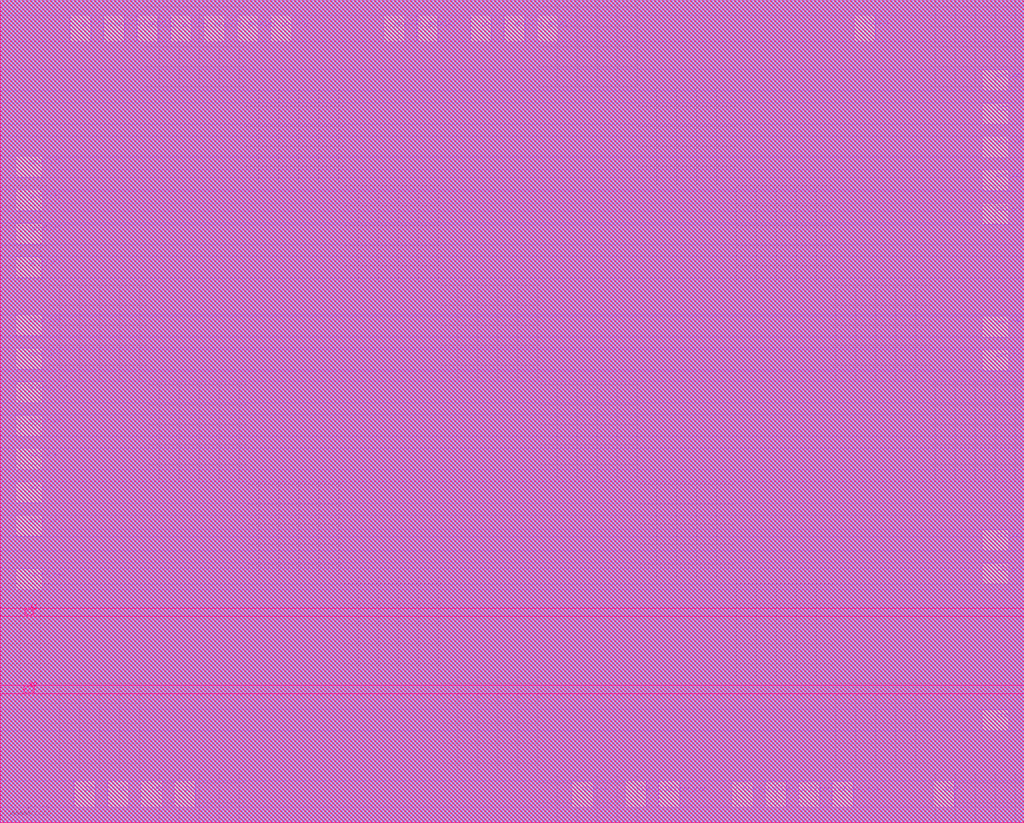
<source format=lef>
VERSION 5.7 ;
  NOWIREEXTENSIONATPIN ON ;
  DIVIDERCHAR "/" ;
  BUSBITCHARS "[]" ;
MACRO ravenna
  CLASS BLOCK ;
  FOREIGN ravenna ;
  ORIGIN 0.000 0.000 ;
  SIZE 2573.000 BY 2068.000 ;
  PIN VDD3V3
    PORT
      LAYER MET1 ;
        RECT 2146.480 1962.800 2199.120 2028.880 ;
    END
  END VDD3V3
  PIN VDD1V8
    PORT
      LAYER MET1 ;
        RECT 1436.400 39.200 1489.500 104.720 ;
    END
  END VDD1V8
  PIN VSS
    PORT
      LAYER MET1 ;
        RECT 2467.880 1755.500 2533.880 1808.500 ;
    END
  END VSS
  PIN XI
    PORT
      LAYER METTPL ;
        RECT 63.840 520.800 81.200 535.920 ;
    END
  END XI
  PIN XO
    PORT
      LAYER METTPL ;
        RECT 61.600 326.480 82.320 342.720 ;
    END
  END XO
  PIN XCLK
    PORT
      LAYER MET1 ;
        RECT 2344.500 39.120 2397.500 105.120 ;
    END
  END XCLK
  PIN SDI
    PORT
      LAYER MET1 ;
        RECT 269.500 39.120 322.500 105.120 ;
    END
  END SDI
  PIN SDO
    PORT
      LAYER MET1 ;
        RECT 185.500 39.120 238.500 105.120 ;
    END
  END SDO
  PIN CSB
    PORT
      LAYER MET1 ;
        RECT 353.500 39.120 406.500 105.120 ;
    END
  END CSB
  PIN SCK
    PORT
      LAYER MET1 ;
        RECT 437.500 39.120 490.500 105.120 ;
    END
  END SCK
  PIN ser_tx
    PORT
      LAYER MET1 ;
        RECT 2467.880 1135.500 2533.880 1188.500 ;
    END
  END ser_tx
  PIN ser_rx
    PORT
      LAYER MET1 ;
        RECT 2467.880 1219.500 2533.880 1272.500 ;
    END
  END ser_rx
  PIN i2c_sda
    PORT
      LAYER MET1 ;
        RECT 2467.880 599.500 2533.880 652.500 ;
    END
  END i2c_sda
  PIN i2c_scl
    PORT
      LAYER MET1 ;
        RECT 2467.880 683.500 2533.880 736.500 ;
    END
  END i2c_scl
  PIN spi_sdi
    PORT
      LAYER MET1 ;
        RECT 2467.880 1839.500 2533.880 1892.500 ;
    END
  END spi_sdi
  PIN spi_csb
    PORT
      LAYER MET1 ;
        RECT 2467.880 1671.500 2533.880 1724.500 ;
    END
  END spi_csb
  PIN spi_sck
    PORT
      LAYER MET1 ;
        RECT 2467.880 1587.500 2533.880 1640.500 ;
    END
  END spi_sck
  PIN spi_sdo
    PORT
      LAYER MET1 ;
        RECT 2467.880 1503.500 2533.880 1556.500 ;
    END
  END spi_sdo
  PIN irq
    PORT
      LAYER MET1 ;
        RECT 2467.880 231.500 2533.880 284.500 ;
    END
  END irq
  PIN gpio[15]
    PORT
      LAYER MET1 ;
        RECT 39.200 1369.200 104.720 1422.500 ;
    END
  END gpio[15]
  PIN gpio[14]
    PORT
      LAYER MET1 ;
        RECT 39.120 1453.500 105.120 1506.500 ;
    END
  END gpio[14]
  PIN gpio[13]
    PORT
      LAYER MET1 ;
        RECT 39.120 1537.500 105.120 1590.500 ;
    END
  END gpio[13]
  PIN gpio[12]
    PORT
      LAYER MET1 ;
        RECT 39.120 1621.500 105.120 1674.500 ;
    END
  END gpio[12]
  PIN gpio[11]
    PORT
      LAYER MET1 ;
        RECT 175.840 1962.800 227.920 2028.880 ;
    END
  END gpio[11]
  PIN gpio[10]
    PORT
      LAYER MET1 ;
        RECT 259.840 1962.800 311.920 2028.880 ;
    END
  END gpio[10]
  PIN gpio[9]
    PORT
      LAYER MET1 ;
        RECT 343.840 1962.800 395.920 2028.880 ;
    END
  END gpio[9]
  PIN gpio[8]
    PORT
      LAYER MET1 ;
        RECT 427.840 1962.800 479.920 2028.880 ;
    END
  END gpio[8]
  PIN gpio[7]
    PORT
      LAYER MET1 ;
        RECT 511.840 1962.800 563.920 2028.880 ;
    END
  END gpio[7]
  PIN gpio[6]
    PORT
      LAYER MET1 ;
        RECT 595.840 1962.800 647.920 2028.880 ;
    END
  END gpio[6]
  PIN gpio[5]
    PORT
      LAYER MET1 ;
        RECT 679.840 1962.800 731.920 2028.880 ;
    END
  END gpio[5]
  PIN gpio[4]
    PORT
      LAYER MET1 ;
        RECT 963.760 1962.800 1015.840 2028.880 ;
    END
  END gpio[4]
  PIN gpio[3]
    PORT
      LAYER MET1 ;
        RECT 1047.760 1962.800 1099.840 2028.880 ;
    END
  END gpio[3]
  PIN gpio[2]
    PORT
      LAYER MET1 ;
        RECT 1182.160 1962.800 1234.240 2028.880 ;
    END
  END gpio[2]
  PIN gpio[1]
    PORT
      LAYER MET1 ;
        RECT 1266.160 1962.800 1318.240 2028.880 ;
    END
  END gpio[1]
  PIN gpio[0]
    PORT
      LAYER MET1 ;
        RECT 1349.600 1962.800 1401.680 2028.880 ;
    END
  END gpio[0]
  PIN flash_csb
    PORT
      LAYER MET1 ;
        RECT 1654.500 39.120 1707.500 105.120 ;
    END
  END flash_csb
  PIN flash_clk
    PORT
      LAYER MET1 ;
        RECT 1570.500 39.120 1623.500 105.120 ;
    END
  END flash_clk
  PIN flash_io0
    PORT
      LAYER MET1 ;
        RECT 1838.480 39.200 1891.500 104.720 ;
    END
  END flash_io0
  PIN flash_io1
    PORT
      LAYER MET1 ;
        RECT 1922.480 39.200 1975.500 104.720 ;
    END
  END flash_io1
  PIN flash_io2
    PORT
      LAYER MET1 ;
        RECT 2006.480 39.200 2059.500 104.720 ;
    END
  END flash_io2
  PIN flash_io3
    PORT
      LAYER MET1 ;
        RECT 2090.480 39.200 2143.500 104.720 ;
    END
  END flash_io3
  PIN adc_high
    PORT
      LAYER MET1 ;
        RECT 39.120 971.500 105.120 1024.500 ;
    END
  END adc_high
  PIN adc_low
    PORT
      LAYER MET1 ;
        RECT 39.120 887.500 105.120 940.500 ;
    END
  END adc_low
  PIN adc0_in
    PORT
      LAYER MET1 ;
        RECT 39.120 719.500 105.120 772.500 ;
    END
  END adc0_in
  PIN adc1_in
    PORT
      LAYER MET1 ;
        RECT 39.120 803.500 105.120 856.500 ;
    END
  END adc1_in
  PIN analog_out
    PORT
      LAYER MET1 ;
        RECT 39.120 1055.500 105.120 1108.500 ;
    END
  END analog_out
  PIN comp_inp
    PORT
      LAYER MET1 ;
        RECT 39.120 1223.500 105.120 1276.500 ;
    END
  END comp_inp
  PIN comp_inn
    PORT
      LAYER MET1 ;
        RECT 39.120 1139.500 105.120 1192.500 ;
    END
  END comp_inn
  PIN nvref_ext
    PORT
      LAYER MET1 ;
        RECT 39.120 585.500 105.120 638.500 ;
    END
  END nvref_ext
  OBS
      LAYER MET1 ;
        RECT 0.000 2029.480 2573.000 2068.000 ;
        RECT 0.000 1962.200 175.240 2029.480 ;
        RECT 228.520 1962.200 259.240 2029.480 ;
        RECT 312.520 1962.200 343.240 2029.480 ;
        RECT 396.520 1962.200 427.240 2029.480 ;
        RECT 480.520 1962.200 511.240 2029.480 ;
        RECT 564.520 1962.200 595.240 2029.480 ;
        RECT 648.520 1962.200 679.240 2029.480 ;
        RECT 732.520 1962.200 963.160 2029.480 ;
        RECT 1016.440 1962.200 1047.160 2029.480 ;
        RECT 1100.440 1962.200 1181.560 2029.480 ;
        RECT 1234.840 1962.200 1265.560 2029.480 ;
        RECT 1318.840 1962.200 1349.000 2029.480 ;
        RECT 1402.280 1962.200 2145.880 2029.480 ;
        RECT 2199.720 1962.200 2573.000 2029.480 ;
        RECT 0.000 1893.100 2573.000 1962.200 ;
        RECT 0.000 1838.900 2467.280 1893.100 ;
        RECT 2534.480 1838.900 2573.000 1893.100 ;
        RECT 0.000 1809.100 2573.000 1838.900 ;
        RECT 0.000 1754.900 2467.280 1809.100 ;
        RECT 2534.480 1754.900 2573.000 1809.100 ;
        RECT 0.000 1725.100 2573.000 1754.900 ;
        RECT 0.000 1675.100 2467.280 1725.100 ;
        RECT 0.000 1620.900 38.520 1675.100 ;
        RECT 105.720 1670.900 2467.280 1675.100 ;
        RECT 2534.480 1670.900 2573.000 1725.100 ;
        RECT 105.720 1641.100 2573.000 1670.900 ;
        RECT 105.720 1620.900 2467.280 1641.100 ;
        RECT 0.000 1591.100 2467.280 1620.900 ;
        RECT 0.000 1536.900 38.520 1591.100 ;
        RECT 105.720 1586.900 2467.280 1591.100 ;
        RECT 2534.480 1586.900 2573.000 1641.100 ;
        RECT 105.720 1557.100 2573.000 1586.900 ;
        RECT 105.720 1536.900 2467.280 1557.100 ;
        RECT 0.000 1507.100 2467.280 1536.900 ;
        RECT 0.000 1452.900 38.520 1507.100 ;
        RECT 105.720 1502.900 2467.280 1507.100 ;
        RECT 2534.480 1502.900 2573.000 1557.100 ;
        RECT 105.720 1452.900 2573.000 1502.900 ;
        RECT 0.000 1423.100 2573.000 1452.900 ;
        RECT 0.000 1368.600 38.600 1423.100 ;
        RECT 105.320 1368.600 2573.000 1423.100 ;
        RECT 0.000 1277.100 2573.000 1368.600 ;
        RECT 0.000 1222.900 38.520 1277.100 ;
        RECT 105.720 1273.100 2573.000 1277.100 ;
        RECT 105.720 1222.900 2467.280 1273.100 ;
        RECT 0.000 1218.900 2467.280 1222.900 ;
        RECT 2534.480 1218.900 2573.000 1273.100 ;
        RECT 0.000 1193.100 2573.000 1218.900 ;
        RECT 0.000 1138.900 38.520 1193.100 ;
        RECT 105.720 1189.100 2573.000 1193.100 ;
        RECT 105.720 1138.900 2467.280 1189.100 ;
        RECT 0.000 1134.900 2467.280 1138.900 ;
        RECT 2534.480 1134.900 2573.000 1189.100 ;
        RECT 0.000 1109.100 2573.000 1134.900 ;
        RECT 0.000 1054.900 38.520 1109.100 ;
        RECT 105.720 1054.900 2573.000 1109.100 ;
        RECT 0.000 1025.100 2573.000 1054.900 ;
        RECT 0.000 970.900 38.520 1025.100 ;
        RECT 105.720 970.900 2573.000 1025.100 ;
        RECT 0.000 941.100 2573.000 970.900 ;
        RECT 0.000 886.900 38.520 941.100 ;
        RECT 105.720 886.900 2573.000 941.100 ;
        RECT 0.000 857.100 2573.000 886.900 ;
        RECT 0.000 802.900 38.520 857.100 ;
        RECT 105.720 802.900 2573.000 857.100 ;
        RECT 0.000 773.100 2573.000 802.900 ;
        RECT 0.000 718.900 38.520 773.100 ;
        RECT 105.720 737.100 2573.000 773.100 ;
        RECT 105.720 718.900 2467.280 737.100 ;
        RECT 0.000 682.900 2467.280 718.900 ;
        RECT 2534.480 682.900 2573.000 737.100 ;
        RECT 0.000 653.100 2573.000 682.900 ;
        RECT 0.000 639.100 2467.280 653.100 ;
        RECT 0.000 584.900 38.520 639.100 ;
        RECT 105.720 598.900 2467.280 639.100 ;
        RECT 2534.480 598.900 2573.000 653.100 ;
        RECT 105.720 584.900 2573.000 598.900 ;
        RECT 0.000 285.100 2573.000 584.900 ;
        RECT 0.000 230.900 2467.280 285.100 ;
        RECT 2534.480 230.900 2573.000 285.100 ;
        RECT 0.000 105.720 2573.000 230.900 ;
        RECT 0.000 38.520 184.900 105.720 ;
        RECT 239.100 38.520 268.900 105.720 ;
        RECT 323.100 38.520 352.900 105.720 ;
        RECT 407.100 38.520 436.900 105.720 ;
        RECT 491.100 105.320 1569.900 105.720 ;
        RECT 491.100 38.600 1435.800 105.320 ;
        RECT 1490.100 38.600 1569.900 105.320 ;
        RECT 491.100 38.520 1569.900 38.600 ;
        RECT 1624.100 38.520 1653.900 105.720 ;
        RECT 1708.100 105.320 2343.900 105.720 ;
        RECT 1708.100 38.600 1837.880 105.320 ;
        RECT 1892.100 38.600 1921.880 105.320 ;
        RECT 1976.100 38.600 2005.880 105.320 ;
        RECT 2060.100 38.600 2089.880 105.320 ;
        RECT 2144.100 38.600 2343.900 105.320 ;
        RECT 1708.100 38.520 2343.900 38.600 ;
        RECT 2398.100 38.520 2573.000 105.720 ;
        RECT 0.000 0.000 2573.000 38.520 ;
      LAYER MET2 ;
        RECT 0.000 0.000 2573.000 2068.000 ;
      LAYER MET3 ;
        RECT 0.000 0.000 2573.000 2068.000 ;
      LAYER MET4 ;
        RECT 0.000 0.000 2573.000 2068.000 ;
      LAYER METTP ;
        RECT 0.000 0.000 2573.000 2068.000 ;
      LAYER METTPL ;
        RECT 0.000 538.420 2573.000 2068.000 ;
        RECT 0.000 518.300 61.340 538.420 ;
        RECT 83.700 518.300 2573.000 538.420 ;
        RECT 0.000 345.220 2573.000 518.300 ;
        RECT 0.000 323.980 59.100 345.220 ;
        RECT 84.820 323.980 2573.000 345.220 ;
        RECT 0.000 0.000 2573.000 323.980 ;
  END
END ravenna
END LIBRARY


</source>
